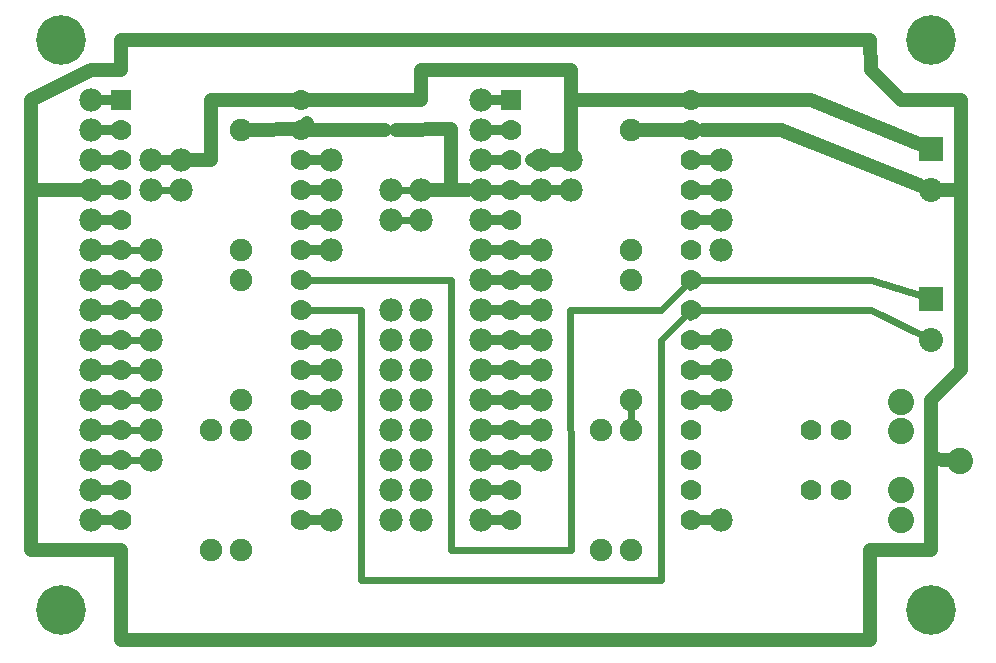
<source format=gbl>
G04 MADE WITH FRITZING*
G04 WWW.FRITZING.ORG*
G04 DOUBLE SIDED*
G04 HOLES PLATED*
G04 CONTOUR ON CENTER OF CONTOUR VECTOR*
%ASAXBY*%
%FSLAX23Y23*%
%MOIN*%
%OFA0B0*%
%SFA1.0B1.0*%
%ADD10C,0.078000*%
%ADD11C,0.070000*%
%ADD12C,0.087695*%
%ADD13C,0.087722*%
%ADD14C,0.080000*%
%ADD15C,0.165354*%
%ADD16C,0.075000*%
%ADD17R,0.069972X0.070000*%
%ADD18R,0.080000X0.080000*%
%ADD19C,0.048000*%
%ADD20C,0.024000*%
%ADD21C,0.032000*%
%ADD22C,0.011111*%
%ADD23R,0.001000X0.001000*%
%LNCOPPER0*%
G90*
G70*
G54D10*
X500Y1582D03*
X600Y1582D03*
G54D11*
X400Y1882D03*
X400Y1782D03*
X400Y1682D03*
X400Y1582D03*
X400Y1482D03*
X400Y1382D03*
X400Y1282D03*
X400Y1182D03*
X400Y1082D03*
X400Y982D03*
X400Y882D03*
X400Y782D03*
X400Y682D03*
X400Y582D03*
X400Y482D03*
X1000Y1882D03*
X1000Y1782D03*
X1000Y1682D03*
X1000Y1582D03*
X1000Y1482D03*
X1000Y1382D03*
X1000Y1282D03*
X1000Y1182D03*
X1000Y1082D03*
X1000Y982D03*
X1000Y882D03*
X1000Y782D03*
X1000Y682D03*
X1000Y582D03*
X1000Y482D03*
X1700Y1882D03*
X1700Y1782D03*
X1700Y1682D03*
X1700Y1582D03*
X1700Y1482D03*
X1700Y1382D03*
X1700Y1282D03*
X1700Y1182D03*
X1700Y1082D03*
X1700Y982D03*
X1700Y882D03*
X1700Y782D03*
X1700Y682D03*
X1700Y582D03*
X1700Y482D03*
X2300Y1882D03*
X2300Y1782D03*
X2300Y1682D03*
X2300Y1582D03*
X2300Y1482D03*
X2300Y1382D03*
X2300Y1282D03*
X2300Y1182D03*
X2300Y1082D03*
X2300Y982D03*
X2300Y882D03*
X2300Y782D03*
X2300Y682D03*
X2300Y582D03*
X2300Y482D03*
G54D12*
X3196Y679D03*
G54D13*
X3000Y482D03*
X3000Y581D03*
G54D12*
X3000Y777D03*
G54D13*
X3000Y876D03*
G54D14*
X3100Y1720D03*
X3100Y1582D03*
X3100Y1220D03*
X3100Y1082D03*
G54D10*
X1600Y1882D03*
X1600Y1782D03*
X1600Y1682D03*
X1600Y1582D03*
X1600Y1482D03*
X1600Y1382D03*
X1600Y1282D03*
X1600Y1182D03*
X1600Y1082D03*
X1600Y982D03*
X1600Y882D03*
X1600Y782D03*
X1600Y682D03*
X1600Y582D03*
X1600Y482D03*
X1300Y1582D03*
X1300Y1482D03*
X2400Y1683D03*
X2400Y1583D03*
X2400Y1483D03*
X2400Y1383D03*
X300Y1882D03*
X300Y1782D03*
X300Y1682D03*
X300Y1582D03*
X300Y1482D03*
X300Y1382D03*
X300Y1282D03*
X300Y1182D03*
X300Y1082D03*
X300Y982D03*
X300Y882D03*
X300Y782D03*
X300Y682D03*
X300Y582D03*
X300Y482D03*
X1100Y1682D03*
X1100Y1582D03*
X1100Y1482D03*
X1100Y1382D03*
X2400Y483D03*
X1400Y1182D03*
X1400Y1082D03*
X1400Y982D03*
X1400Y882D03*
X1400Y782D03*
X1400Y682D03*
X1400Y582D03*
X1400Y482D03*
X2400Y1083D03*
X2400Y983D03*
X2400Y883D03*
X1100Y1082D03*
X1100Y982D03*
X1100Y882D03*
X1100Y482D03*
X500Y1382D03*
X500Y1282D03*
X500Y1182D03*
X500Y1082D03*
X500Y982D03*
X500Y882D03*
X500Y782D03*
X500Y682D03*
X1800Y1383D03*
X1800Y1283D03*
X1800Y1183D03*
X1800Y1083D03*
X1800Y983D03*
X1800Y883D03*
X1800Y783D03*
X1800Y683D03*
X1300Y1182D03*
X1300Y1082D03*
X1300Y982D03*
X1300Y882D03*
X1300Y782D03*
X1300Y682D03*
X1300Y582D03*
X1300Y482D03*
X1400Y1582D03*
X1400Y1482D03*
X1800Y1583D03*
X1900Y1583D03*
X500Y1682D03*
X600Y1682D03*
X1800Y1683D03*
X1900Y1683D03*
G54D15*
X3100Y2082D03*
X3100Y182D03*
X200Y2082D03*
X200Y182D03*
G54D11*
X2800Y582D03*
X2700Y582D03*
X2800Y782D03*
X2700Y782D03*
G54D16*
X2100Y782D03*
X2100Y382D03*
X800Y382D03*
X800Y782D03*
X2000Y382D03*
X2000Y782D03*
X700Y382D03*
X700Y782D03*
X2100Y1282D03*
X2100Y882D03*
X800Y1282D03*
X800Y882D03*
X2100Y1782D03*
X2100Y1382D03*
X800Y1782D03*
X800Y1382D03*
G54D17*
X399Y1882D03*
X1699Y1882D03*
G54D18*
X3100Y1720D03*
X3100Y1220D03*
G54D19*
X1899Y1883D02*
X2276Y1882D01*
D02*
X1900Y1708D02*
X1899Y1883D01*
G54D20*
D02*
X1830Y1683D02*
X1870Y1683D01*
G54D21*
D02*
X1870Y1583D02*
X1830Y1583D01*
G54D22*
D02*
X1775Y1583D02*
X1723Y1583D01*
G54D20*
D02*
X569Y1582D02*
X530Y1582D01*
G54D19*
D02*
X899Y1882D02*
X970Y1882D01*
D02*
X699Y1883D02*
X899Y1882D01*
D02*
X630Y1682D02*
X699Y1681D01*
D02*
X699Y1681D02*
X699Y1883D01*
D02*
X2276Y1782D02*
X2123Y1782D01*
D02*
X3099Y684D02*
X3099Y882D01*
D02*
X3099Y882D02*
X3200Y983D01*
D02*
X3200Y983D02*
X3200Y1582D01*
D02*
X3200Y1582D02*
X3131Y1582D01*
D02*
X3159Y681D02*
X3099Y684D01*
D02*
X2700Y1882D02*
X2323Y1882D01*
D02*
X3060Y1736D02*
X2700Y1882D01*
D02*
X2700Y1882D02*
X2700Y1882D01*
D02*
X2600Y1782D02*
X2340Y1782D01*
D02*
X3060Y1598D02*
X2600Y1782D01*
D02*
X1400Y1883D02*
X1029Y1882D01*
G54D20*
D02*
X3075Y1228D02*
X2900Y1283D01*
D02*
X2900Y1283D02*
X2600Y1283D01*
D02*
X2600Y1283D02*
X2500Y1283D01*
D02*
X2500Y1283D02*
X2299Y1281D01*
D02*
X2299Y1281D02*
X2297Y1259D01*
D02*
X3077Y1094D02*
X2900Y1182D01*
D02*
X2600Y1182D02*
X2500Y1183D01*
D02*
X2500Y1183D02*
X2299Y1181D01*
D02*
X2900Y1182D02*
X2600Y1182D01*
D02*
X2299Y1181D02*
X2297Y1159D01*
G54D19*
D02*
X1281Y1782D02*
X1029Y1782D01*
G54D20*
D02*
X1330Y1582D02*
X1369Y1582D01*
D02*
X1369Y1482D02*
X1330Y1482D01*
D02*
X1200Y282D02*
X2199Y283D01*
D02*
X2199Y283D02*
X2199Y1081D01*
D02*
X2199Y1081D02*
X2283Y1166D01*
D02*
X1023Y1182D02*
X1200Y1182D01*
D02*
X1200Y1182D02*
X1200Y282D01*
D02*
X1023Y1282D02*
X1500Y1283D01*
D02*
X1900Y382D02*
X1898Y1182D01*
D02*
X1898Y1182D02*
X2199Y1183D01*
D02*
X2199Y1183D02*
X2283Y1266D01*
D02*
X1500Y1283D02*
X1501Y381D01*
D02*
X1501Y381D02*
X1900Y382D01*
G54D19*
D02*
X1900Y1981D02*
X1400Y1983D01*
D02*
X1900Y1683D02*
X1900Y1981D01*
D02*
X1400Y1983D02*
X1400Y1883D01*
D02*
X1798Y1683D02*
X1900Y1683D01*
D02*
X1770Y1683D02*
X1798Y1683D01*
D02*
X1318Y1782D02*
X1499Y1784D01*
D02*
X1499Y1784D02*
X1499Y1581D01*
D02*
X1499Y1581D02*
X1558Y1582D01*
D02*
X1558Y1582D02*
X1441Y1582D01*
D02*
X1001Y1784D02*
X1019Y1804D01*
D02*
X828Y1782D02*
X1001Y1784D01*
D02*
X2898Y382D02*
X2898Y82D01*
D02*
X3101Y382D02*
X2898Y382D01*
D02*
X3101Y684D02*
X3101Y382D01*
D02*
X2898Y82D02*
X399Y82D01*
D02*
X399Y82D02*
X399Y382D01*
D02*
X3159Y681D02*
X3101Y684D01*
D02*
X100Y1581D02*
X269Y1582D01*
D02*
X100Y382D02*
X100Y1581D01*
D02*
X399Y382D02*
X100Y382D01*
D02*
X3201Y1883D02*
X3000Y1882D01*
D02*
X3000Y1882D02*
X2900Y1982D01*
D02*
X3201Y1581D02*
X3201Y1883D01*
D02*
X2900Y1982D02*
X2898Y2083D01*
D02*
X3131Y1582D02*
X3201Y1581D01*
D02*
X2898Y2083D02*
X399Y2083D01*
D02*
X399Y2083D02*
X399Y1983D01*
D02*
X299Y1981D02*
X100Y1882D01*
D02*
X399Y1983D02*
X299Y1981D01*
D02*
X100Y1882D02*
X100Y1581D01*
D02*
X100Y1581D02*
X269Y1582D01*
G54D21*
D02*
X330Y482D02*
X370Y482D01*
D02*
X330Y582D02*
X370Y582D01*
D02*
X330Y682D02*
X370Y682D01*
G54D20*
D02*
X469Y682D02*
X429Y682D01*
G54D21*
D02*
X330Y782D02*
X370Y782D01*
G54D20*
D02*
X469Y782D02*
X429Y782D01*
G54D21*
D02*
X330Y882D02*
X370Y882D01*
G54D20*
D02*
X469Y882D02*
X429Y882D01*
G54D21*
D02*
X330Y982D02*
X370Y982D01*
G54D20*
D02*
X469Y982D02*
X429Y982D01*
G54D21*
D02*
X330Y1082D02*
X370Y1082D01*
G54D20*
D02*
X469Y1082D02*
X429Y1082D01*
G54D21*
D02*
X330Y1182D02*
X370Y1182D01*
G54D20*
D02*
X469Y1182D02*
X429Y1182D01*
G54D21*
D02*
X330Y1282D02*
X370Y1282D01*
G54D20*
D02*
X469Y1282D02*
X429Y1282D01*
D02*
X469Y1382D02*
X429Y1382D01*
G54D21*
D02*
X330Y1382D02*
X370Y1382D01*
D02*
X330Y1482D02*
X370Y1482D01*
D02*
X330Y1682D02*
X370Y1682D01*
D02*
X330Y1782D02*
X370Y1782D01*
D02*
X330Y1882D02*
X370Y1882D01*
D02*
X1069Y1682D02*
X1029Y1682D01*
D02*
X1069Y1582D02*
X1029Y1582D01*
D02*
X1069Y1482D02*
X1029Y1482D01*
D02*
X1069Y1382D02*
X1029Y1382D01*
D02*
X1069Y1082D02*
X1029Y1082D01*
D02*
X1069Y982D02*
X1029Y982D01*
D02*
X1069Y882D02*
X1029Y882D01*
D02*
X1069Y482D02*
X1029Y482D01*
D02*
X1676Y782D02*
X1624Y782D01*
D02*
X1676Y682D02*
X1624Y682D01*
D02*
X1676Y582D02*
X1624Y582D01*
D02*
X1676Y482D02*
X1624Y482D01*
D02*
X1775Y683D02*
X1723Y683D01*
D02*
X1775Y783D02*
X1723Y783D01*
D02*
X1676Y882D02*
X1624Y882D01*
D02*
X1775Y883D02*
X1723Y883D01*
D02*
X1676Y982D02*
X1624Y982D01*
D02*
X1775Y983D02*
X1723Y983D01*
D02*
X1775Y1083D02*
X1723Y1083D01*
D02*
X1676Y1082D02*
X1624Y1082D01*
D02*
X1676Y1182D02*
X1624Y1182D01*
D02*
X1775Y1183D02*
X1723Y1183D01*
D02*
X1676Y1282D02*
X1624Y1282D01*
D02*
X1775Y1283D02*
X1723Y1282D01*
D02*
X1676Y1382D02*
X1624Y1382D01*
D02*
X1775Y1383D02*
X1723Y1382D01*
D02*
X1624Y1582D02*
X1676Y1582D01*
D02*
X1676Y1682D02*
X1624Y1682D01*
D02*
X1676Y1782D02*
X1624Y1782D01*
D02*
X1676Y1882D02*
X1624Y1882D01*
D02*
X2375Y1683D02*
X2323Y1683D01*
D02*
X2375Y1583D02*
X2323Y1583D01*
D02*
X2375Y1483D02*
X2323Y1482D01*
D02*
X2375Y1083D02*
X2323Y1083D01*
D02*
X2375Y983D02*
X2323Y983D01*
D02*
X2375Y883D02*
X2323Y883D01*
D02*
X2375Y483D02*
X2323Y483D01*
D02*
X330Y1582D02*
X370Y1582D01*
D02*
X530Y1682D02*
X569Y1682D01*
D02*
X1770Y1583D02*
X1729Y1583D01*
D02*
X1676Y1482D02*
X1624Y1482D01*
G54D20*
D02*
X2100Y854D02*
X2100Y811D01*
G54D23*
D02*
G04 End of Copper0*
M02*
</source>
